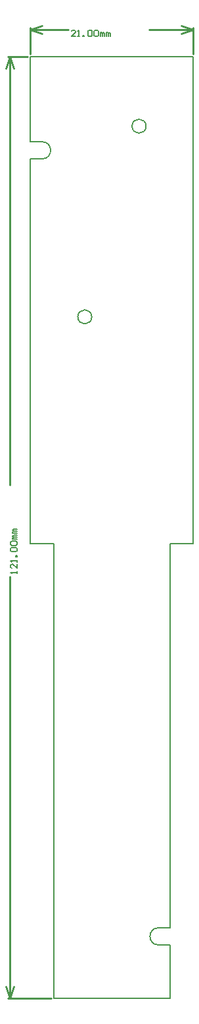
<source format=gko>
%FSLAX25Y25*%
%MOIN*%
G70*
G01*
G75*
G04 Layer_Color=16711935*
%ADD10R,0.03543X0.03150*%
%ADD11R,0.03543X0.03150*%
%ADD12R,0.03150X0.03543*%
%ADD13R,0.03150X0.03543*%
%ADD14R,0.02756X0.02362*%
%ADD15R,0.02362X0.02756*%
%ADD16R,0.02165X0.02559*%
%ADD17R,0.03150X0.02559*%
%ADD18R,0.13386X0.02756*%
%ADD19R,0.07480X0.06299*%
%ADD20R,0.01575X0.03937*%
%ADD21R,0.07874X0.10000*%
%ADD22R,0.02756X0.06102*%
%ADD23R,0.02756X0.13386*%
%ADD24R,0.06299X0.07480*%
%ADD25R,0.03150X0.03937*%
%ADD26C,0.05906*%
%ADD27R,0.05118X0.15748*%
%ADD28R,0.02362X0.00787*%
%ADD29R,0.03150X0.00787*%
%ADD30R,0.00787X0.02362*%
%ADD31R,0.00787X0.03150*%
%ADD32R,0.05118X0.05118*%
%ADD33R,0.01063X0.07874*%
%ADD34R,0.02362X0.07874*%
%ADD35R,0.01181X0.07874*%
%ADD36O,0.01181X0.07874*%
%ADD37R,0.02559X0.02165*%
%ADD38R,0.03937X0.03150*%
%ADD39C,0.00787*%
%ADD40C,0.01181*%
%ADD41C,0.01000*%
%ADD42C,0.02362*%
%ADD43C,0.01575*%
%ADD44C,0.01969*%
%ADD45C,0.03150*%
%ADD46C,0.00500*%
%ADD47C,0.00591*%
%ADD48C,0.00197*%
%ADD49C,0.00600*%
%ADD50C,0.00394*%
%ADD51C,0.00709*%
%ADD52C,0.01200*%
%ADD53R,0.04343X0.03950*%
%ADD54R,0.04343X0.03950*%
%ADD55R,0.03950X0.04343*%
%ADD56R,0.03950X0.04343*%
%ADD57R,0.03556X0.03162*%
%ADD58R,0.03162X0.03556*%
%ADD59R,0.02965X0.03359*%
%ADD60R,0.03950X0.03359*%
%ADD61R,0.14186X0.03556*%
%ADD62R,0.08280X0.07099*%
%ADD63R,0.02375X0.04737*%
%ADD64R,0.08674X0.10800*%
%ADD65R,0.03556X0.06902*%
%ADD66R,0.03556X0.14186*%
%ADD67R,0.07099X0.08280*%
%ADD68R,0.03950X0.04737*%
%ADD69C,0.06706*%
%ADD70R,0.05918X0.16548*%
%ADD71R,0.03162X0.01587*%
%ADD72R,0.03950X0.01587*%
%ADD73R,0.01587X0.03162*%
%ADD74R,0.01587X0.03950*%
%ADD75R,0.05918X0.05918*%
%ADD76R,0.01863X0.08674*%
%ADD77R,0.03162X0.08674*%
%ADD78R,0.01981X0.08674*%
%ADD79O,0.01981X0.08674*%
%ADD80R,0.03359X0.02965*%
%ADD81R,0.04737X0.03950*%
D39*
X58662Y-35039D02*
G03*
X58662Y-35039I-3543J0D01*
G01*
X31102Y-131496D02*
G03*
X31102Y-131496I-3543J0D01*
G01*
X5906Y-51575D02*
G03*
X5906Y-42913I0J4331D01*
G01*
X64961Y-440551D02*
G03*
X64961Y-449213I0J-4331D01*
G01*
X0Y0D02*
X82677D01*
X0Y-42913D02*
Y0D01*
X82677Y-246063D02*
Y0D01*
X0Y-42913D02*
X5906D01*
X0Y-51575D02*
X5906D01*
X0Y-246063D02*
Y-51575D01*
Y-246063D02*
X11811D01*
Y-476378D02*
Y-246063D01*
Y-476378D02*
X70866D01*
X70866D02*
Y-449213D01*
X64961D02*
X70866D01*
Y-440551D02*
Y-246063D01*
X82677D01*
X64961Y-440551D02*
X70866D01*
D41*
X82677Y1394D02*
Y14937D01*
X0Y1394D02*
Y14937D01*
X60333Y13937D02*
X82677D01*
X0D02*
X19145D01*
X76677Y15937D02*
X82677Y13937D01*
X76677Y11937D02*
X82677Y13937D01*
X0D02*
X6000Y11937D01*
X0Y13937D02*
X6000Y15937D01*
X-11551Y-476378D02*
X10417D01*
X-11551Y0D02*
X-1394D01*
X-10551Y-476378D02*
Y-262882D01*
Y-216696D02*
Y0D01*
Y-476378D02*
X-8551Y-470378D01*
X-12551D02*
X-10551Y-476378D01*
X-12551Y-6000D02*
X-10551Y0D01*
X-8551Y-6000D01*
D47*
X22844Y10338D02*
X20745D01*
X22844Y12437D01*
Y12962D01*
X22319Y13487D01*
X21270D01*
X20745Y12962D01*
X23893Y10338D02*
X24943D01*
X24418D01*
Y13487D01*
X23893Y12962D01*
X26517Y10338D02*
Y10863D01*
X27042D01*
Y10338D01*
X26517D01*
X29141Y12962D02*
X29666Y13487D01*
X30715D01*
X31240Y12962D01*
Y10863D01*
X30715Y10338D01*
X29666D01*
X29141Y10863D01*
Y12962D01*
X32290D02*
X32814Y13487D01*
X33864D01*
X34389Y12962D01*
Y10863D01*
X33864Y10338D01*
X32814D01*
X32290Y10863D01*
Y12962D01*
X35438Y10338D02*
Y12437D01*
X35963D01*
X36488Y11912D01*
Y10338D01*
Y11912D01*
X37012Y12437D01*
X37537Y11912D01*
Y10338D01*
X38587D02*
Y12437D01*
X39112D01*
X39636Y11912D01*
Y10338D01*
Y11912D01*
X40161Y12437D01*
X40686Y11912D01*
Y10338D01*
X-6952Y-261282D02*
Y-260233D01*
Y-260757D01*
X-10101D01*
X-9576Y-261282D01*
X-6952Y-256559D02*
Y-258658D01*
X-9051Y-256559D01*
X-9576D01*
X-10101Y-257084D01*
Y-258134D01*
X-9576Y-258658D01*
X-6952Y-255510D02*
Y-254460D01*
Y-254985D01*
X-10101D01*
X-9576Y-255510D01*
X-6952Y-252886D02*
X-7477D01*
Y-252361D01*
X-6952D01*
Y-252886D01*
X-9576Y-250262D02*
X-10101Y-249737D01*
Y-248688D01*
X-9576Y-248163D01*
X-7477D01*
X-6952Y-248688D01*
Y-249737D01*
X-7477Y-250262D01*
X-9576D01*
Y-247113D02*
X-10101Y-246589D01*
Y-245539D01*
X-9576Y-245014D01*
X-7477D01*
X-6952Y-245539D01*
Y-246589D01*
X-7477Y-247113D01*
X-9576D01*
X-6952Y-243965D02*
X-9051D01*
Y-243440D01*
X-8526Y-242915D01*
X-6952D01*
X-8526D01*
X-9051Y-242391D01*
X-8526Y-241866D01*
X-6952D01*
Y-240816D02*
X-9051D01*
Y-240292D01*
X-8526Y-239767D01*
X-6952D01*
X-8526D01*
X-9051Y-239242D01*
X-8526Y-238717D01*
X-6952D01*
M02*

</source>
